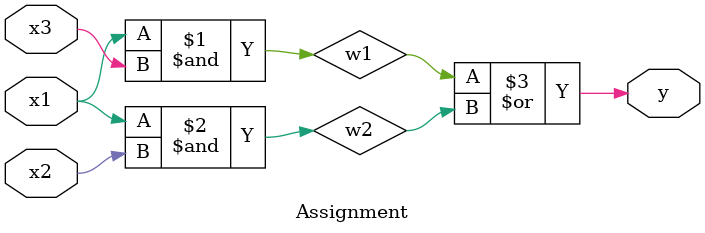
<source format=v>
module Assignment ( input x1, x2, x3, output y);
    wire w1, w2, w3, w4, w5, w6;
    and and1 (w1, x1, x3);
    and and2 (w2, x1, x2);
    or or1(y, w1, w2);
endmodule
</source>
